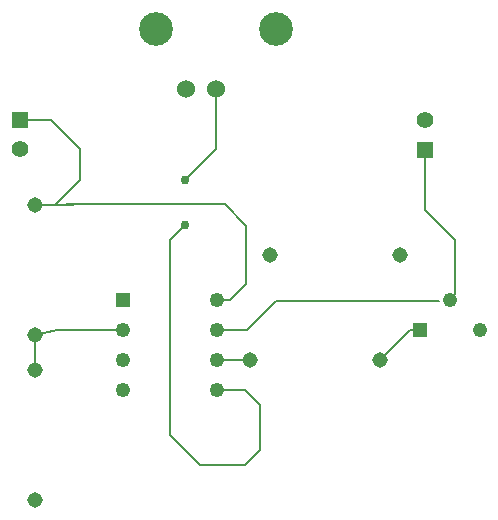
<source format=gbr>
G04 EAGLE Gerber RS-274X export*
G75*
%MOMM*%
%FSLAX34Y34*%
%LPD*%
%INTop Copper*%
%IPPOS*%
%AMOC8*
5,1,8,0,0,1.08239X$1,22.5*%
G01*
G04 Define Apertures*
%ADD10R,1.248000X1.248000*%
%ADD11C,1.248000*%
%ADD12C,1.308000*%
%ADD13R,1.408000X1.408000*%
%ADD14C,1.408000*%
%ADD15C,1.222000*%
%ADD16R,1.222000X1.222000*%
%ADD17C,1.524000*%
%ADD18C,2.857500*%
%ADD19C,0.152400*%
%ADD20C,0.756400*%
D10*
X176200Y762000D03*
D11*
X176200Y736600D03*
X176200Y711200D03*
X176200Y685800D03*
X255600Y685800D03*
X255600Y711200D03*
X255600Y736600D03*
X255600Y762000D03*
D12*
X101600Y732400D03*
X101600Y842400D03*
X101600Y592700D03*
X101600Y702700D03*
X300600Y800100D03*
X410600Y800100D03*
D13*
X431800Y889000D03*
D14*
X431800Y914000D03*
D12*
X283568Y711200D03*
X393568Y711200D03*
D15*
X477785Y736564D03*
X452385Y761964D03*
D16*
X426985Y736564D03*
D13*
X88900Y914400D03*
D14*
X88900Y889400D03*
D17*
X254460Y940653D03*
X229060Y940653D03*
D18*
X203660Y991453D03*
X305260Y991453D03*
D19*
X101600Y732400D02*
X101600Y702700D01*
X120140Y736600D02*
X176200Y736600D01*
X120140Y736600D02*
X101600Y732400D01*
X255600Y711200D02*
X283568Y711200D01*
X281000Y736600D02*
X305600Y761200D01*
X281000Y736600D02*
X255600Y736600D01*
X305600Y761200D02*
X443700Y761200D01*
X452385Y761964D02*
X457164Y761964D01*
X431800Y838200D02*
X431800Y889000D01*
X431800Y838200D02*
X457200Y812800D01*
X457200Y766779D01*
X452385Y761964D01*
X266700Y762000D02*
X255600Y762000D01*
X133388Y842400D02*
X131200Y842400D01*
X127000Y842400D02*
X118500Y842400D01*
X127000Y842400D02*
X101600Y842400D01*
X88900Y914400D02*
X115369Y914400D01*
X139700Y890069D01*
X266700Y762000D02*
X280064Y775364D01*
X261974Y842926D02*
X127526Y842926D01*
X261974Y842926D02*
X280064Y824836D01*
X280064Y775364D01*
X127526Y842926D02*
X127000Y842400D01*
X139700Y863600D02*
X139700Y890069D01*
X139700Y863600D02*
X118500Y842400D01*
X127000Y842400D02*
X131200Y842400D01*
X431400Y914400D02*
X431800Y914000D01*
X418932Y736564D02*
X393568Y711200D01*
X418932Y736564D02*
X426985Y736564D01*
X279400Y685800D02*
X255600Y685800D01*
X279400Y685800D02*
X292100Y673100D01*
X292100Y635000D01*
X279400Y622300D01*
X241300Y622300D01*
X215900Y647700D01*
X215900Y812800D02*
X228600Y825500D01*
X215900Y812800D02*
X215900Y647700D01*
D20*
X228600Y825500D03*
X228600Y863600D03*
D19*
X254460Y889460D01*
X254460Y940653D01*
M02*

</source>
